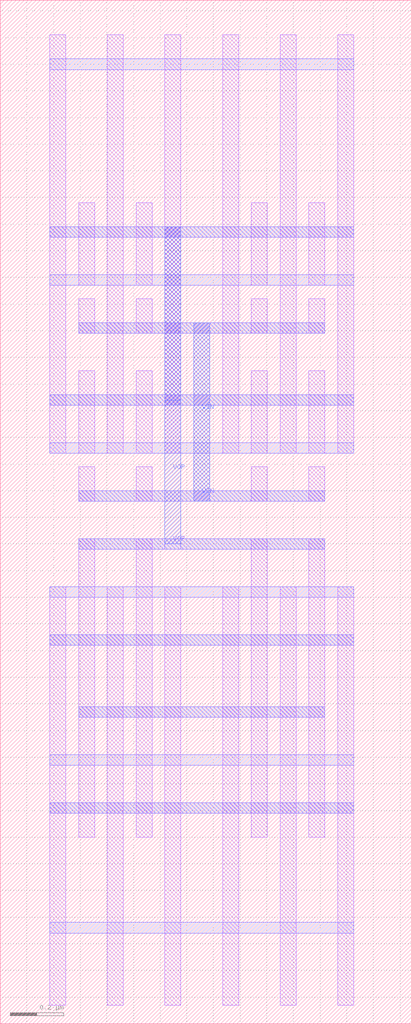
<source format=lef>
MACRO CKT_OBS_LEF
  ORIGIN 0 0 ;
  FOREIGN CKT_OBS_LEF 0 0 ;
  SIZE 1.542 BY 3.84 ;
  PIN VOP
    DIRECTION INOUT ;
    USE SIGNAL ;
    PORT 
      LAYER M2 ;
        RECT 0.294 1.15 1.218 1.19 ;
      LAYER M2 ;
        RECT 0.186 0.79 1.326 0.83 ;
      LAYER M2 ;
        RECT 0.294 1.78 1.218 1.82 ;
      LAYER M2 ;
        RECT 0.186 1.42 1.326 1.46 ;
      LAYER M2 ;
        RECT 0.186 2.95 1.326 2.99 ;
      LAYER M2 ;
        RECT 0.186 2.32 1.326 2.36 ;
      LAYER M3 ;
        RECT 0.618 2.32 0.678 2.99 ;
      LAYER M2 ;
        RECT 0.618 1.78 0.678 1.82 ;
      LAYER M3 ;
        RECT 0.618 1.8 0.678 2.34 ;
    END
  END VOP
  PIN VIN
    DIRECTION INOUT ;
    USE SIGNAL ;
    PORT 
      LAYER M2 ;
        RECT 0.294 2.59 1.218 2.63 ;
      LAYER M2 ;
        RECT 0.294 1.96 1.218 2 ;
      LAYER M3 ;
        RECT 0.726 1.96 0.786 2.63 ;
    END
  END VIN
  OBS 
  LAYER M1 ;
        RECT 0.186 0.07 0.246 1.64 ;
  LAYER M1 ;
        RECT 0.402 0.07 0.462 1.64 ;
  LAYER M1 ;
        RECT 0.618 0.07 0.678 1.64 ;
  LAYER M1 ;
        RECT 0.834 0.07 0.894 1.64 ;
  LAYER M1 ;
        RECT 1.05 0.07 1.11 1.64 ;
  LAYER M1 ;
        RECT 1.266 0.07 1.326 1.64 ;
  LAYER M1 ;
        RECT 0.294 0.7 0.354 1.82 ;
  LAYER M1 ;
        RECT 0.51 0.7 0.57 1.82 ;
  LAYER M1 ;
        RECT 0.942 0.7 1.002 1.82 ;
  LAYER M1 ;
        RECT 1.158 0.7 1.218 1.82 ;
  LAYER M2 ;
        RECT 0.294 1.15 1.218 1.19 ;
  LAYER M2 ;
        RECT 0.186 0.79 1.326 0.83 ;
  LAYER M2 ;
        RECT 0.294 1.78 1.218 1.82 ;
  LAYER M2 ;
        RECT 0.186 1.42 1.326 1.46 ;
  LAYER M2 ;
        RECT 0.186 0.34 1.326 0.38 ;
  LAYER M2 ;
        RECT 0.186 0.97 1.326 1.01 ;
  LAYER M2 ;
        RECT 0.186 1.6 1.326 1.64 ;
  LAYER M1 ;
        RECT 0.186 2.14 0.246 3.71 ;
  LAYER M1 ;
        RECT 0.402 2.14 0.462 3.71 ;
  LAYER M1 ;
        RECT 0.618 2.14 0.678 3.71 ;
  LAYER M1 ;
        RECT 0.834 2.14 0.894 3.71 ;
  LAYER M1 ;
        RECT 1.05 2.14 1.11 3.71 ;
  LAYER M1 ;
        RECT 1.266 2.14 1.326 3.71 ;
  LAYER M1 ;
        RECT 0.294 2.77 0.354 3.08 ;
  LAYER M1 ;
        RECT 0.294 2.59 0.354 2.72 ;
  LAYER M1 ;
        RECT 0.294 2.14 0.354 2.45 ;
  LAYER M1 ;
        RECT 0.294 1.96 0.354 2.09 ;
  LAYER M1 ;
        RECT 0.51 2.77 0.57 3.08 ;
  LAYER M1 ;
        RECT 0.51 2.59 0.57 2.72 ;
  LAYER M1 ;
        RECT 0.51 2.14 0.57 2.45 ;
  LAYER M1 ;
        RECT 0.51 1.96 0.57 2.09 ;
  LAYER M1 ;
        RECT 0.942 2.77 1.002 3.08 ;
  LAYER M1 ;
        RECT 0.942 2.59 1.002 2.72 ;
  LAYER M1 ;
        RECT 0.942 2.14 1.002 2.45 ;
  LAYER M1 ;
        RECT 0.942 1.96 1.002 2.09 ;
  LAYER M1 ;
        RECT 1.158 2.77 1.218 3.08 ;
  LAYER M1 ;
        RECT 1.158 2.59 1.218 2.72 ;
  LAYER M1 ;
        RECT 1.158 2.14 1.218 2.45 ;
  LAYER M1 ;
        RECT 1.158 1.96 1.218 2.09 ;
  LAYER M2 ;
        RECT 0.186 2.95 1.326 2.99 ;
  LAYER M2 ;
        RECT 0.186 2.32 1.326 2.36 ;
  LAYER M3 ;
        RECT 0.618 2.32 0.678 2.99 ;
  LAYER M2 ;
        RECT 0.294 2.59 1.218 2.63 ;
  LAYER M2 ;
        RECT 0.294 1.96 1.218 2 ;
  LAYER M3 ;
        RECT 0.726 1.96 0.786 2.63 ;
  LAYER M2 ;
        RECT 0.186 3.58 1.326 3.62 ;
  LAYER M2 ;
        RECT 0.186 2.77 1.326 2.81 ;
  LAYER M2 ;
        RECT 0.186 2.14 1.326 2.18 ;
  END 
END CKT_OBS_LEF

</source>
